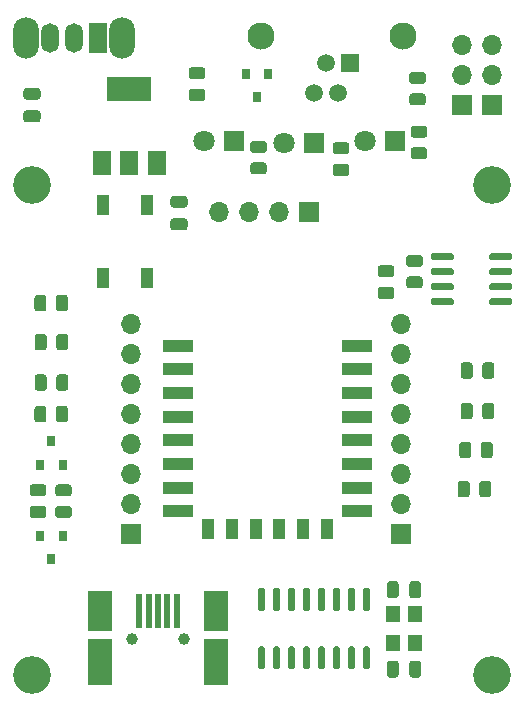
<source format=gbr>
G04 #@! TF.GenerationSoftware,KiCad,Pcbnew,(5.1.7)-1*
G04 #@! TF.CreationDate,2021-03-31T14:02:48+02:00*
G04 #@! TF.ProjectId,Temperature-controller-with-ESP8266,54656d70-6572-4617-9475-72652d636f6e,rev?*
G04 #@! TF.SameCoordinates,Original*
G04 #@! TF.FileFunction,Soldermask,Top*
G04 #@! TF.FilePolarity,Negative*
%FSLAX46Y46*%
G04 Gerber Fmt 4.6, Leading zero omitted, Abs format (unit mm)*
G04 Created by KiCad (PCBNEW (5.1.7)-1) date 2021-03-31 14:02:48*
%MOMM*%
%LPD*%
G01*
G04 APERTURE LIST*
%ADD10C,1.000000*%
%ADD11R,2.050000X4.000000*%
%ADD12R,2.050000X3.500000*%
%ADD13R,0.500000X3.000000*%
%ADD14O,1.700000X1.700000*%
%ADD15R,1.700000X1.700000*%
%ADD16R,2.500000X1.000000*%
%ADD17R,1.000000X1.800000*%
%ADD18R,1.100000X1.800000*%
%ADD19C,2.300000*%
%ADD20R,1.500000X1.500000*%
%ADD21C,1.500000*%
%ADD22R,1.500000X2.000000*%
%ADD23R,3.800000X2.000000*%
%ADD24C,1.800000*%
%ADD25R,1.800000X1.800000*%
%ADD26R,1.200000X1.400000*%
%ADD27O,2.200000X3.500000*%
%ADD28O,1.500000X2.500000*%
%ADD29R,1.500000X2.500000*%
%ADD30R,0.800000X0.900000*%
%ADD31C,3.200000*%
G04 APERTURE END LIST*
D10*
X128692000Y-116845000D03*
X124292000Y-116845000D03*
D11*
X131392000Y-118745000D03*
D12*
X131392000Y-114495000D03*
D11*
X121592000Y-118745000D03*
D12*
X121592000Y-114495000D03*
D13*
X128092000Y-114495000D03*
X127292000Y-114495000D03*
X126492000Y-114495000D03*
X125692000Y-114495000D03*
X124892000Y-114495000D03*
G36*
G01*
X151535000Y-88115000D02*
X151535000Y-88415000D01*
G75*
G02*
X151385000Y-88565000I-150000J0D01*
G01*
X149735000Y-88565000D01*
G75*
G02*
X149585000Y-88415000I0J150000D01*
G01*
X149585000Y-88115000D01*
G75*
G02*
X149735000Y-87965000I150000J0D01*
G01*
X151385000Y-87965000D01*
G75*
G02*
X151535000Y-88115000I0J-150000D01*
G01*
G37*
G36*
G01*
X151535000Y-86845000D02*
X151535000Y-87145000D01*
G75*
G02*
X151385000Y-87295000I-150000J0D01*
G01*
X149735000Y-87295000D01*
G75*
G02*
X149585000Y-87145000I0J150000D01*
G01*
X149585000Y-86845000D01*
G75*
G02*
X149735000Y-86695000I150000J0D01*
G01*
X151385000Y-86695000D01*
G75*
G02*
X151535000Y-86845000I0J-150000D01*
G01*
G37*
G36*
G01*
X151535000Y-85575000D02*
X151535000Y-85875000D01*
G75*
G02*
X151385000Y-86025000I-150000J0D01*
G01*
X149735000Y-86025000D01*
G75*
G02*
X149585000Y-85875000I0J150000D01*
G01*
X149585000Y-85575000D01*
G75*
G02*
X149735000Y-85425000I150000J0D01*
G01*
X151385000Y-85425000D01*
G75*
G02*
X151535000Y-85575000I0J-150000D01*
G01*
G37*
G36*
G01*
X151535000Y-84305000D02*
X151535000Y-84605000D01*
G75*
G02*
X151385000Y-84755000I-150000J0D01*
G01*
X149735000Y-84755000D01*
G75*
G02*
X149585000Y-84605000I0J150000D01*
G01*
X149585000Y-84305000D01*
G75*
G02*
X149735000Y-84155000I150000J0D01*
G01*
X151385000Y-84155000D01*
G75*
G02*
X151535000Y-84305000I0J-150000D01*
G01*
G37*
G36*
G01*
X156485000Y-84305000D02*
X156485000Y-84605000D01*
G75*
G02*
X156335000Y-84755000I-150000J0D01*
G01*
X154685000Y-84755000D01*
G75*
G02*
X154535000Y-84605000I0J150000D01*
G01*
X154535000Y-84305000D01*
G75*
G02*
X154685000Y-84155000I150000J0D01*
G01*
X156335000Y-84155000D01*
G75*
G02*
X156485000Y-84305000I0J-150000D01*
G01*
G37*
G36*
G01*
X156485000Y-85575000D02*
X156485000Y-85875000D01*
G75*
G02*
X156335000Y-86025000I-150000J0D01*
G01*
X154685000Y-86025000D01*
G75*
G02*
X154535000Y-85875000I0J150000D01*
G01*
X154535000Y-85575000D01*
G75*
G02*
X154685000Y-85425000I150000J0D01*
G01*
X156335000Y-85425000D01*
G75*
G02*
X156485000Y-85575000I0J-150000D01*
G01*
G37*
G36*
G01*
X156485000Y-86845000D02*
X156485000Y-87145000D01*
G75*
G02*
X156335000Y-87295000I-150000J0D01*
G01*
X154685000Y-87295000D01*
G75*
G02*
X154535000Y-87145000I0J150000D01*
G01*
X154535000Y-86845000D01*
G75*
G02*
X154685000Y-86695000I150000J0D01*
G01*
X156335000Y-86695000D01*
G75*
G02*
X156485000Y-86845000I0J-150000D01*
G01*
G37*
G36*
G01*
X156485000Y-88115000D02*
X156485000Y-88415000D01*
G75*
G02*
X156335000Y-88565000I-150000J0D01*
G01*
X154685000Y-88565000D01*
G75*
G02*
X154535000Y-88415000I0J150000D01*
G01*
X154535000Y-88115000D01*
G75*
G02*
X154685000Y-87965000I150000J0D01*
G01*
X156335000Y-87965000D01*
G75*
G02*
X156485000Y-88115000I0J-150000D01*
G01*
G37*
D14*
X147066000Y-90170000D03*
X147066000Y-92710000D03*
X147066000Y-95250000D03*
X147066000Y-97790000D03*
X147066000Y-100330000D03*
X147066000Y-102870000D03*
X147066000Y-105410000D03*
D15*
X147066000Y-107950000D03*
D16*
X143363000Y-92004000D03*
X143363000Y-94004000D03*
X143363000Y-96004000D03*
X143363000Y-98004000D03*
X143363000Y-100004000D03*
X143363000Y-102004000D03*
X143363000Y-104004000D03*
X143363000Y-106004000D03*
D17*
X140763000Y-107504000D03*
X138763000Y-107504000D03*
X136763000Y-107504000D03*
X134763000Y-107504000D03*
X132763000Y-107504000D03*
X130763000Y-107504000D03*
D16*
X128163000Y-106004000D03*
X128163000Y-104004000D03*
X128163000Y-102004000D03*
X128163000Y-100004000D03*
X128163000Y-98004000D03*
X128163000Y-96004000D03*
X128163000Y-94004000D03*
X128163000Y-92004000D03*
G36*
G01*
X127795000Y-81222000D02*
X128745000Y-81222000D01*
G75*
G02*
X128995000Y-81472000I0J-250000D01*
G01*
X128995000Y-81972000D01*
G75*
G02*
X128745000Y-82222000I-250000J0D01*
G01*
X127795000Y-82222000D01*
G75*
G02*
X127545000Y-81972000I0J250000D01*
G01*
X127545000Y-81472000D01*
G75*
G02*
X127795000Y-81222000I250000J0D01*
G01*
G37*
G36*
G01*
X127795000Y-79322000D02*
X128745000Y-79322000D01*
G75*
G02*
X128995000Y-79572000I0J-250000D01*
G01*
X128995000Y-80072000D01*
G75*
G02*
X128745000Y-80322000I-250000J0D01*
G01*
X127795000Y-80322000D01*
G75*
G02*
X127545000Y-80072000I0J250000D01*
G01*
X127545000Y-79572000D01*
G75*
G02*
X127795000Y-79322000I250000J0D01*
G01*
G37*
D18*
X125548000Y-80085000D03*
X125548000Y-86285000D03*
X121848000Y-80085000D03*
X121848000Y-86285000D03*
D19*
X147218000Y-65772000D03*
D20*
X142748000Y-68072000D03*
D21*
X141728000Y-70612000D03*
X140708000Y-68072000D03*
D19*
X135218000Y-65772000D03*
D21*
X139688000Y-70612000D03*
G36*
G01*
X117875000Y-95573002D02*
X117875000Y-94672998D01*
G75*
G02*
X118124998Y-94423000I249998J0D01*
G01*
X118650002Y-94423000D01*
G75*
G02*
X118900000Y-94672998I0J-249998D01*
G01*
X118900000Y-95573002D01*
G75*
G02*
X118650002Y-95823000I-249998J0D01*
G01*
X118124998Y-95823000D01*
G75*
G02*
X117875000Y-95573002I0J249998D01*
G01*
G37*
G36*
G01*
X116050000Y-95573002D02*
X116050000Y-94672998D01*
G75*
G02*
X116299998Y-94423000I249998J0D01*
G01*
X116825002Y-94423000D01*
G75*
G02*
X117075000Y-94672998I0J-249998D01*
G01*
X117075000Y-95573002D01*
G75*
G02*
X116825002Y-95823000I-249998J0D01*
G01*
X116299998Y-95823000D01*
G75*
G02*
X116050000Y-95573002I0J249998D01*
G01*
G37*
G36*
G01*
X153143000Y-93656998D02*
X153143000Y-94557002D01*
G75*
G02*
X152893002Y-94807000I-249998J0D01*
G01*
X152367998Y-94807000D01*
G75*
G02*
X152118000Y-94557002I0J249998D01*
G01*
X152118000Y-93656998D01*
G75*
G02*
X152367998Y-93407000I249998J0D01*
G01*
X152893002Y-93407000D01*
G75*
G02*
X153143000Y-93656998I0J-249998D01*
G01*
G37*
G36*
G01*
X154968000Y-93656998D02*
X154968000Y-94557002D01*
G75*
G02*
X154718002Y-94807000I-249998J0D01*
G01*
X154192998Y-94807000D01*
G75*
G02*
X153943000Y-94557002I0J249998D01*
G01*
X153943000Y-93656998D01*
G75*
G02*
X154192998Y-93407000I249998J0D01*
G01*
X154718002Y-93407000D01*
G75*
G02*
X154968000Y-93656998I0J-249998D01*
G01*
G37*
G36*
G01*
X153943000Y-97986002D02*
X153943000Y-97085998D01*
G75*
G02*
X154192998Y-96836000I249998J0D01*
G01*
X154718002Y-96836000D01*
G75*
G02*
X154968000Y-97085998I0J-249998D01*
G01*
X154968000Y-97986002D01*
G75*
G02*
X154718002Y-98236000I-249998J0D01*
G01*
X154192998Y-98236000D01*
G75*
G02*
X153943000Y-97986002I0J249998D01*
G01*
G37*
G36*
G01*
X152118000Y-97986002D02*
X152118000Y-97085998D01*
G75*
G02*
X152367998Y-96836000I249998J0D01*
G01*
X152893002Y-96836000D01*
G75*
G02*
X153143000Y-97085998I0J-249998D01*
G01*
X153143000Y-97986002D01*
G75*
G02*
X152893002Y-98236000I-249998J0D01*
G01*
X152367998Y-98236000D01*
G75*
G02*
X152118000Y-97986002I0J249998D01*
G01*
G37*
G36*
G01*
X153689000Y-104590002D02*
X153689000Y-103689998D01*
G75*
G02*
X153938998Y-103440000I249998J0D01*
G01*
X154464002Y-103440000D01*
G75*
G02*
X154714000Y-103689998I0J-249998D01*
G01*
X154714000Y-104590002D01*
G75*
G02*
X154464002Y-104840000I-249998J0D01*
G01*
X153938998Y-104840000D01*
G75*
G02*
X153689000Y-104590002I0J249998D01*
G01*
G37*
G36*
G01*
X151864000Y-104590002D02*
X151864000Y-103689998D01*
G75*
G02*
X152113998Y-103440000I249998J0D01*
G01*
X152639002Y-103440000D01*
G75*
G02*
X152889000Y-103689998I0J-249998D01*
G01*
X152889000Y-104590002D01*
G75*
G02*
X152639002Y-104840000I-249998J0D01*
G01*
X152113998Y-104840000D01*
G75*
G02*
X151864000Y-104590002I0J249998D01*
G01*
G37*
G36*
G01*
X117851500Y-98240002D02*
X117851500Y-97339998D01*
G75*
G02*
X118101498Y-97090000I249998J0D01*
G01*
X118626502Y-97090000D01*
G75*
G02*
X118876500Y-97339998I0J-249998D01*
G01*
X118876500Y-98240002D01*
G75*
G02*
X118626502Y-98490000I-249998J0D01*
G01*
X118101498Y-98490000D01*
G75*
G02*
X117851500Y-98240002I0J249998D01*
G01*
G37*
G36*
G01*
X116026500Y-98240002D02*
X116026500Y-97339998D01*
G75*
G02*
X116276498Y-97090000I249998J0D01*
G01*
X116801502Y-97090000D01*
G75*
G02*
X117051500Y-97339998I0J-249998D01*
G01*
X117051500Y-98240002D01*
G75*
G02*
X116801502Y-98490000I-249998J0D01*
G01*
X116276498Y-98490000D01*
G75*
G02*
X116026500Y-98240002I0J249998D01*
G01*
G37*
G36*
G01*
X153816000Y-101288002D02*
X153816000Y-100387998D01*
G75*
G02*
X154065998Y-100138000I249998J0D01*
G01*
X154591002Y-100138000D01*
G75*
G02*
X154841000Y-100387998I0J-249998D01*
G01*
X154841000Y-101288002D01*
G75*
G02*
X154591002Y-101538000I-249998J0D01*
G01*
X154065998Y-101538000D01*
G75*
G02*
X153816000Y-101288002I0J249998D01*
G01*
G37*
G36*
G01*
X151991000Y-101288002D02*
X151991000Y-100387998D01*
G75*
G02*
X152240998Y-100138000I249998J0D01*
G01*
X152766002Y-100138000D01*
G75*
G02*
X153016000Y-100387998I0J-249998D01*
G01*
X153016000Y-101288002D01*
G75*
G02*
X152766002Y-101538000I-249998J0D01*
G01*
X152240998Y-101538000D01*
G75*
G02*
X151991000Y-101288002I0J249998D01*
G01*
G37*
D14*
X131699000Y-80645000D03*
X134239000Y-80645000D03*
X136779000Y-80645000D03*
D15*
X139319000Y-80645000D03*
D22*
X121779000Y-76556000D03*
X126379000Y-76556000D03*
X124079000Y-76556000D03*
D23*
X124079000Y-70256000D03*
D24*
X144018000Y-74676000D03*
D25*
X146558000Y-74676000D03*
D26*
X146370000Y-117151000D03*
X146370000Y-114751000D03*
X148270000Y-114751000D03*
X148270000Y-117151000D03*
D27*
X115280000Y-65913000D03*
X123480000Y-65913000D03*
D28*
X117380000Y-65913000D03*
X119380000Y-65913000D03*
D29*
X121380000Y-65913000D03*
G36*
G01*
X117875000Y-92144002D02*
X117875000Y-91243998D01*
G75*
G02*
X118124998Y-90994000I249998J0D01*
G01*
X118650002Y-90994000D01*
G75*
G02*
X118900000Y-91243998I0J-249998D01*
G01*
X118900000Y-92144002D01*
G75*
G02*
X118650002Y-92394000I-249998J0D01*
G01*
X118124998Y-92394000D01*
G75*
G02*
X117875000Y-92144002I0J249998D01*
G01*
G37*
G36*
G01*
X116050000Y-92144002D02*
X116050000Y-91243998D01*
G75*
G02*
X116299998Y-90994000I249998J0D01*
G01*
X116825002Y-90994000D01*
G75*
G02*
X117075000Y-91243998I0J-249998D01*
G01*
X117075000Y-92144002D01*
G75*
G02*
X116825002Y-92394000I-249998J0D01*
G01*
X116299998Y-92394000D01*
G75*
G02*
X116050000Y-92144002I0J249998D01*
G01*
G37*
G36*
G01*
X146870000Y-118905000D02*
X146870000Y-119855000D01*
G75*
G02*
X146620000Y-120105000I-250000J0D01*
G01*
X146120000Y-120105000D01*
G75*
G02*
X145870000Y-119855000I0J250000D01*
G01*
X145870000Y-118905000D01*
G75*
G02*
X146120000Y-118655000I250000J0D01*
G01*
X146620000Y-118655000D01*
G75*
G02*
X146870000Y-118905000I0J-250000D01*
G01*
G37*
G36*
G01*
X148770000Y-118905000D02*
X148770000Y-119855000D01*
G75*
G02*
X148520000Y-120105000I-250000J0D01*
G01*
X148020000Y-120105000D01*
G75*
G02*
X147770000Y-119855000I0J250000D01*
G01*
X147770000Y-118905000D01*
G75*
G02*
X148020000Y-118655000I250000J0D01*
G01*
X148520000Y-118655000D01*
G75*
G02*
X148770000Y-118905000I0J-250000D01*
G01*
G37*
G36*
G01*
X147770000Y-113124000D02*
X147770000Y-112174000D01*
G75*
G02*
X148020000Y-111924000I250000J0D01*
G01*
X148520000Y-111924000D01*
G75*
G02*
X148770000Y-112174000I0J-250000D01*
G01*
X148770000Y-113124000D01*
G75*
G02*
X148520000Y-113374000I-250000J0D01*
G01*
X148020000Y-113374000D01*
G75*
G02*
X147770000Y-113124000I0J250000D01*
G01*
G37*
G36*
G01*
X145870000Y-113124000D02*
X145870000Y-112174000D01*
G75*
G02*
X146120000Y-111924000I250000J0D01*
G01*
X146620000Y-111924000D01*
G75*
G02*
X146870000Y-112174000I0J-250000D01*
G01*
X146870000Y-113124000D01*
G75*
G02*
X146620000Y-113374000I-250000J0D01*
G01*
X146120000Y-113374000D01*
G75*
G02*
X145870000Y-113124000I0J250000D01*
G01*
G37*
G36*
G01*
X115349000Y-72078000D02*
X116299000Y-72078000D01*
G75*
G02*
X116549000Y-72328000I0J-250000D01*
G01*
X116549000Y-72828000D01*
G75*
G02*
X116299000Y-73078000I-250000J0D01*
G01*
X115349000Y-73078000D01*
G75*
G02*
X115099000Y-72828000I0J250000D01*
G01*
X115099000Y-72328000D01*
G75*
G02*
X115349000Y-72078000I250000J0D01*
G01*
G37*
G36*
G01*
X115349000Y-70178000D02*
X116299000Y-70178000D01*
G75*
G02*
X116549000Y-70428000I0J-250000D01*
G01*
X116549000Y-70928000D01*
G75*
G02*
X116299000Y-71178000I-250000J0D01*
G01*
X115349000Y-71178000D01*
G75*
G02*
X115099000Y-70928000I0J250000D01*
G01*
X115099000Y-70428000D01*
G75*
G02*
X115349000Y-70178000I250000J0D01*
G01*
G37*
G36*
G01*
X117051500Y-87941998D02*
X117051500Y-88842002D01*
G75*
G02*
X116801502Y-89092000I-249998J0D01*
G01*
X116276498Y-89092000D01*
G75*
G02*
X116026500Y-88842002I0J249998D01*
G01*
X116026500Y-87941998D01*
G75*
G02*
X116276498Y-87692000I249998J0D01*
G01*
X116801502Y-87692000D01*
G75*
G02*
X117051500Y-87941998I0J-249998D01*
G01*
G37*
G36*
G01*
X118876500Y-87941998D02*
X118876500Y-88842002D01*
G75*
G02*
X118626502Y-89092000I-249998J0D01*
G01*
X118101498Y-89092000D01*
G75*
G02*
X117851500Y-88842002I0J249998D01*
G01*
X117851500Y-87941998D01*
G75*
G02*
X118101498Y-87692000I249998J0D01*
G01*
X118626502Y-87692000D01*
G75*
G02*
X118876500Y-87941998I0J-249998D01*
G01*
G37*
G36*
G01*
X118941002Y-104756000D02*
X118040998Y-104756000D01*
G75*
G02*
X117791000Y-104506002I0J249998D01*
G01*
X117791000Y-103980998D01*
G75*
G02*
X118040998Y-103731000I249998J0D01*
G01*
X118941002Y-103731000D01*
G75*
G02*
X119191000Y-103980998I0J-249998D01*
G01*
X119191000Y-104506002D01*
G75*
G02*
X118941002Y-104756000I-249998J0D01*
G01*
G37*
G36*
G01*
X118941002Y-106581000D02*
X118040998Y-106581000D01*
G75*
G02*
X117791000Y-106331002I0J249998D01*
G01*
X117791000Y-105805998D01*
G75*
G02*
X118040998Y-105556000I249998J0D01*
G01*
X118941002Y-105556000D01*
G75*
G02*
X119191000Y-105805998I0J-249998D01*
G01*
X119191000Y-106331002D01*
G75*
G02*
X118941002Y-106581000I-249998J0D01*
G01*
G37*
G36*
G01*
X115881998Y-105556000D02*
X116782002Y-105556000D01*
G75*
G02*
X117032000Y-105805998I0J-249998D01*
G01*
X117032000Y-106331002D01*
G75*
G02*
X116782002Y-106581000I-249998J0D01*
G01*
X115881998Y-106581000D01*
G75*
G02*
X115632000Y-106331002I0J249998D01*
G01*
X115632000Y-105805998D01*
G75*
G02*
X115881998Y-105556000I249998J0D01*
G01*
G37*
G36*
G01*
X115881998Y-103731000D02*
X116782002Y-103731000D01*
G75*
G02*
X117032000Y-103980998I0J-249998D01*
G01*
X117032000Y-104506002D01*
G75*
G02*
X116782002Y-104756000I-249998J0D01*
G01*
X115881998Y-104756000D01*
G75*
G02*
X115632000Y-104506002I0J249998D01*
G01*
X115632000Y-103980998D01*
G75*
G02*
X115881998Y-103731000I249998J0D01*
G01*
G37*
G36*
G01*
X149040002Y-74403000D02*
X148139998Y-74403000D01*
G75*
G02*
X147890000Y-74153002I0J249998D01*
G01*
X147890000Y-73627998D01*
G75*
G02*
X148139998Y-73378000I249998J0D01*
G01*
X149040002Y-73378000D01*
G75*
G02*
X149290000Y-73627998I0J-249998D01*
G01*
X149290000Y-74153002D01*
G75*
G02*
X149040002Y-74403000I-249998J0D01*
G01*
G37*
G36*
G01*
X149040002Y-76228000D02*
X148139998Y-76228000D01*
G75*
G02*
X147890000Y-75978002I0J249998D01*
G01*
X147890000Y-75452998D01*
G75*
G02*
X148139998Y-75203000I249998J0D01*
G01*
X149040002Y-75203000D01*
G75*
G02*
X149290000Y-75452998I0J-249998D01*
G01*
X149290000Y-75978002D01*
G75*
G02*
X149040002Y-76228000I-249998J0D01*
G01*
G37*
G36*
G01*
X135405000Y-114451000D02*
X135105000Y-114451000D01*
G75*
G02*
X134955000Y-114301000I0J150000D01*
G01*
X134955000Y-112651000D01*
G75*
G02*
X135105000Y-112501000I150000J0D01*
G01*
X135405000Y-112501000D01*
G75*
G02*
X135555000Y-112651000I0J-150000D01*
G01*
X135555000Y-114301000D01*
G75*
G02*
X135405000Y-114451000I-150000J0D01*
G01*
G37*
G36*
G01*
X136675000Y-114451000D02*
X136375000Y-114451000D01*
G75*
G02*
X136225000Y-114301000I0J150000D01*
G01*
X136225000Y-112651000D01*
G75*
G02*
X136375000Y-112501000I150000J0D01*
G01*
X136675000Y-112501000D01*
G75*
G02*
X136825000Y-112651000I0J-150000D01*
G01*
X136825000Y-114301000D01*
G75*
G02*
X136675000Y-114451000I-150000J0D01*
G01*
G37*
G36*
G01*
X137945000Y-114451000D02*
X137645000Y-114451000D01*
G75*
G02*
X137495000Y-114301000I0J150000D01*
G01*
X137495000Y-112651000D01*
G75*
G02*
X137645000Y-112501000I150000J0D01*
G01*
X137945000Y-112501000D01*
G75*
G02*
X138095000Y-112651000I0J-150000D01*
G01*
X138095000Y-114301000D01*
G75*
G02*
X137945000Y-114451000I-150000J0D01*
G01*
G37*
G36*
G01*
X139215000Y-114451000D02*
X138915000Y-114451000D01*
G75*
G02*
X138765000Y-114301000I0J150000D01*
G01*
X138765000Y-112651000D01*
G75*
G02*
X138915000Y-112501000I150000J0D01*
G01*
X139215000Y-112501000D01*
G75*
G02*
X139365000Y-112651000I0J-150000D01*
G01*
X139365000Y-114301000D01*
G75*
G02*
X139215000Y-114451000I-150000J0D01*
G01*
G37*
G36*
G01*
X140485000Y-114451000D02*
X140185000Y-114451000D01*
G75*
G02*
X140035000Y-114301000I0J150000D01*
G01*
X140035000Y-112651000D01*
G75*
G02*
X140185000Y-112501000I150000J0D01*
G01*
X140485000Y-112501000D01*
G75*
G02*
X140635000Y-112651000I0J-150000D01*
G01*
X140635000Y-114301000D01*
G75*
G02*
X140485000Y-114451000I-150000J0D01*
G01*
G37*
G36*
G01*
X141755000Y-114451000D02*
X141455000Y-114451000D01*
G75*
G02*
X141305000Y-114301000I0J150000D01*
G01*
X141305000Y-112651000D01*
G75*
G02*
X141455000Y-112501000I150000J0D01*
G01*
X141755000Y-112501000D01*
G75*
G02*
X141905000Y-112651000I0J-150000D01*
G01*
X141905000Y-114301000D01*
G75*
G02*
X141755000Y-114451000I-150000J0D01*
G01*
G37*
G36*
G01*
X143025000Y-114451000D02*
X142725000Y-114451000D01*
G75*
G02*
X142575000Y-114301000I0J150000D01*
G01*
X142575000Y-112651000D01*
G75*
G02*
X142725000Y-112501000I150000J0D01*
G01*
X143025000Y-112501000D01*
G75*
G02*
X143175000Y-112651000I0J-150000D01*
G01*
X143175000Y-114301000D01*
G75*
G02*
X143025000Y-114451000I-150000J0D01*
G01*
G37*
G36*
G01*
X144295000Y-114451000D02*
X143995000Y-114451000D01*
G75*
G02*
X143845000Y-114301000I0J150000D01*
G01*
X143845000Y-112651000D01*
G75*
G02*
X143995000Y-112501000I150000J0D01*
G01*
X144295000Y-112501000D01*
G75*
G02*
X144445000Y-112651000I0J-150000D01*
G01*
X144445000Y-114301000D01*
G75*
G02*
X144295000Y-114451000I-150000J0D01*
G01*
G37*
G36*
G01*
X144295000Y-119401000D02*
X143995000Y-119401000D01*
G75*
G02*
X143845000Y-119251000I0J150000D01*
G01*
X143845000Y-117601000D01*
G75*
G02*
X143995000Y-117451000I150000J0D01*
G01*
X144295000Y-117451000D01*
G75*
G02*
X144445000Y-117601000I0J-150000D01*
G01*
X144445000Y-119251000D01*
G75*
G02*
X144295000Y-119401000I-150000J0D01*
G01*
G37*
G36*
G01*
X143025000Y-119401000D02*
X142725000Y-119401000D01*
G75*
G02*
X142575000Y-119251000I0J150000D01*
G01*
X142575000Y-117601000D01*
G75*
G02*
X142725000Y-117451000I150000J0D01*
G01*
X143025000Y-117451000D01*
G75*
G02*
X143175000Y-117601000I0J-150000D01*
G01*
X143175000Y-119251000D01*
G75*
G02*
X143025000Y-119401000I-150000J0D01*
G01*
G37*
G36*
G01*
X141755000Y-119401000D02*
X141455000Y-119401000D01*
G75*
G02*
X141305000Y-119251000I0J150000D01*
G01*
X141305000Y-117601000D01*
G75*
G02*
X141455000Y-117451000I150000J0D01*
G01*
X141755000Y-117451000D01*
G75*
G02*
X141905000Y-117601000I0J-150000D01*
G01*
X141905000Y-119251000D01*
G75*
G02*
X141755000Y-119401000I-150000J0D01*
G01*
G37*
G36*
G01*
X140485000Y-119401000D02*
X140185000Y-119401000D01*
G75*
G02*
X140035000Y-119251000I0J150000D01*
G01*
X140035000Y-117601000D01*
G75*
G02*
X140185000Y-117451000I150000J0D01*
G01*
X140485000Y-117451000D01*
G75*
G02*
X140635000Y-117601000I0J-150000D01*
G01*
X140635000Y-119251000D01*
G75*
G02*
X140485000Y-119401000I-150000J0D01*
G01*
G37*
G36*
G01*
X139215000Y-119401000D02*
X138915000Y-119401000D01*
G75*
G02*
X138765000Y-119251000I0J150000D01*
G01*
X138765000Y-117601000D01*
G75*
G02*
X138915000Y-117451000I150000J0D01*
G01*
X139215000Y-117451000D01*
G75*
G02*
X139365000Y-117601000I0J-150000D01*
G01*
X139365000Y-119251000D01*
G75*
G02*
X139215000Y-119401000I-150000J0D01*
G01*
G37*
G36*
G01*
X137945000Y-119401000D02*
X137645000Y-119401000D01*
G75*
G02*
X137495000Y-119251000I0J150000D01*
G01*
X137495000Y-117601000D01*
G75*
G02*
X137645000Y-117451000I150000J0D01*
G01*
X137945000Y-117451000D01*
G75*
G02*
X138095000Y-117601000I0J-150000D01*
G01*
X138095000Y-119251000D01*
G75*
G02*
X137945000Y-119401000I-150000J0D01*
G01*
G37*
G36*
G01*
X136675000Y-119401000D02*
X136375000Y-119401000D01*
G75*
G02*
X136225000Y-119251000I0J150000D01*
G01*
X136225000Y-117601000D01*
G75*
G02*
X136375000Y-117451000I150000J0D01*
G01*
X136675000Y-117451000D01*
G75*
G02*
X136825000Y-117601000I0J-150000D01*
G01*
X136825000Y-119251000D01*
G75*
G02*
X136675000Y-119401000I-150000J0D01*
G01*
G37*
G36*
G01*
X135405000Y-119401000D02*
X135105000Y-119401000D01*
G75*
G02*
X134955000Y-119251000I0J150000D01*
G01*
X134955000Y-117601000D01*
G75*
G02*
X135105000Y-117451000I150000J0D01*
G01*
X135405000Y-117451000D01*
G75*
G02*
X135555000Y-117601000I0J-150000D01*
G01*
X135555000Y-119251000D01*
G75*
G02*
X135405000Y-119401000I-150000J0D01*
G01*
G37*
D30*
X117475000Y-110093000D03*
X116525000Y-108093000D03*
X118425000Y-108093000D03*
X116525000Y-102092000D03*
X118425000Y-102092000D03*
X117475000Y-100092000D03*
G36*
G01*
X148913002Y-71656000D02*
X148012998Y-71656000D01*
G75*
G02*
X147763000Y-71406002I0J249998D01*
G01*
X147763000Y-70880998D01*
G75*
G02*
X148012998Y-70631000I249998J0D01*
G01*
X148913002Y-70631000D01*
G75*
G02*
X149163000Y-70880998I0J-249998D01*
G01*
X149163000Y-71406002D01*
G75*
G02*
X148913002Y-71656000I-249998J0D01*
G01*
G37*
G36*
G01*
X148913002Y-69831000D02*
X148012998Y-69831000D01*
G75*
G02*
X147763000Y-69581002I0J249998D01*
G01*
X147763000Y-69055998D01*
G75*
G02*
X148012998Y-68806000I249998J0D01*
G01*
X148913002Y-68806000D01*
G75*
G02*
X149163000Y-69055998I0J-249998D01*
G01*
X149163000Y-69581002D01*
G75*
G02*
X148913002Y-69831000I-249998J0D01*
G01*
G37*
D31*
X115824000Y-78359000D03*
X115824000Y-119888000D03*
X154813000Y-78359000D03*
X154813000Y-119888000D03*
D15*
X124206000Y-107950000D03*
D14*
X124206000Y-105410000D03*
X124206000Y-102870000D03*
X124206000Y-100330000D03*
X124206000Y-97790000D03*
X124206000Y-95250000D03*
X124206000Y-92710000D03*
X124206000Y-90170000D03*
G36*
G01*
X148659002Y-85325000D02*
X147758998Y-85325000D01*
G75*
G02*
X147509000Y-85075002I0J249998D01*
G01*
X147509000Y-84549998D01*
G75*
G02*
X147758998Y-84300000I249998J0D01*
G01*
X148659002Y-84300000D01*
G75*
G02*
X148909000Y-84549998I0J-249998D01*
G01*
X148909000Y-85075002D01*
G75*
G02*
X148659002Y-85325000I-249998J0D01*
G01*
G37*
G36*
G01*
X148659002Y-87150000D02*
X147758998Y-87150000D01*
G75*
G02*
X147509000Y-86900002I0J249998D01*
G01*
X147509000Y-86374998D01*
G75*
G02*
X147758998Y-86125000I249998J0D01*
G01*
X148659002Y-86125000D01*
G75*
G02*
X148909000Y-86374998I0J-249998D01*
G01*
X148909000Y-86900002D01*
G75*
G02*
X148659002Y-87150000I-249998J0D01*
G01*
G37*
G36*
G01*
X146246002Y-88039000D02*
X145345998Y-88039000D01*
G75*
G02*
X145096000Y-87789002I0J249998D01*
G01*
X145096000Y-87263998D01*
G75*
G02*
X145345998Y-87014000I249998J0D01*
G01*
X146246002Y-87014000D01*
G75*
G02*
X146496000Y-87263998I0J-249998D01*
G01*
X146496000Y-87789002D01*
G75*
G02*
X146246002Y-88039000I-249998J0D01*
G01*
G37*
G36*
G01*
X146246002Y-86214000D02*
X145345998Y-86214000D01*
G75*
G02*
X145096000Y-85964002I0J249998D01*
G01*
X145096000Y-85438998D01*
G75*
G02*
X145345998Y-85189000I249998J0D01*
G01*
X146246002Y-85189000D01*
G75*
G02*
X146496000Y-85438998I0J-249998D01*
G01*
X146496000Y-85964002D01*
G75*
G02*
X146246002Y-86214000I-249998J0D01*
G01*
G37*
X154813000Y-66548000D03*
X154813000Y-69088000D03*
D15*
X154813000Y-71628000D03*
X152273000Y-71628000D03*
D14*
X152273000Y-69088000D03*
X152273000Y-66548000D03*
D24*
X130429000Y-74676000D03*
D25*
X132969000Y-74676000D03*
X139700000Y-74803000D03*
D24*
X137160000Y-74803000D03*
D30*
X135824000Y-68977000D03*
X133924000Y-68977000D03*
X134874000Y-70977000D03*
G36*
G01*
X129343999Y-70250000D02*
X130244001Y-70250000D01*
G75*
G02*
X130494000Y-70499999I0J-249999D01*
G01*
X130494000Y-71025001D01*
G75*
G02*
X130244001Y-71275000I-249999J0D01*
G01*
X129343999Y-71275000D01*
G75*
G02*
X129094000Y-71025001I0J249999D01*
G01*
X129094000Y-70499999D01*
G75*
G02*
X129343999Y-70250000I249999J0D01*
G01*
G37*
G36*
G01*
X129343999Y-68425000D02*
X130244001Y-68425000D01*
G75*
G02*
X130494000Y-68674999I0J-249999D01*
G01*
X130494000Y-69200001D01*
G75*
G02*
X130244001Y-69450000I-249999J0D01*
G01*
X129343999Y-69450000D01*
G75*
G02*
X129094000Y-69200001I0J249999D01*
G01*
X129094000Y-68674999D01*
G75*
G02*
X129343999Y-68425000I249999J0D01*
G01*
G37*
G36*
G01*
X135451001Y-77498000D02*
X134550999Y-77498000D01*
G75*
G02*
X134301000Y-77248001I0J249999D01*
G01*
X134301000Y-76722999D01*
G75*
G02*
X134550999Y-76473000I249999J0D01*
G01*
X135451001Y-76473000D01*
G75*
G02*
X135701000Y-76722999I0J-249999D01*
G01*
X135701000Y-77248001D01*
G75*
G02*
X135451001Y-77498000I-249999J0D01*
G01*
G37*
G36*
G01*
X135451001Y-75673000D02*
X134550999Y-75673000D01*
G75*
G02*
X134301000Y-75423001I0J249999D01*
G01*
X134301000Y-74897999D01*
G75*
G02*
X134550999Y-74648000I249999J0D01*
G01*
X135451001Y-74648000D01*
G75*
G02*
X135701000Y-74897999I0J-249999D01*
G01*
X135701000Y-75423001D01*
G75*
G02*
X135451001Y-75673000I-249999J0D01*
G01*
G37*
G36*
G01*
X141535999Y-74775000D02*
X142436001Y-74775000D01*
G75*
G02*
X142686000Y-75024999I0J-249999D01*
G01*
X142686000Y-75550001D01*
G75*
G02*
X142436001Y-75800000I-249999J0D01*
G01*
X141535999Y-75800000D01*
G75*
G02*
X141286000Y-75550001I0J249999D01*
G01*
X141286000Y-75024999D01*
G75*
G02*
X141535999Y-74775000I249999J0D01*
G01*
G37*
G36*
G01*
X141535999Y-76600000D02*
X142436001Y-76600000D01*
G75*
G02*
X142686000Y-76849999I0J-249999D01*
G01*
X142686000Y-77375001D01*
G75*
G02*
X142436001Y-77625000I-249999J0D01*
G01*
X141535999Y-77625000D01*
G75*
G02*
X141286000Y-77375001I0J249999D01*
G01*
X141286000Y-76849999D01*
G75*
G02*
X141535999Y-76600000I249999J0D01*
G01*
G37*
M02*

</source>
